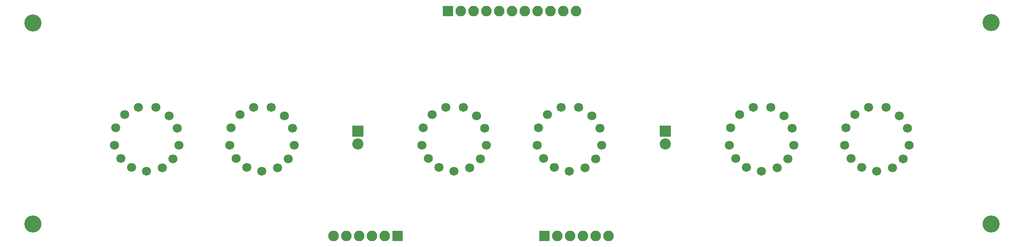
<source format=gbs>
G04 #@! TF.FileFunction,Soldermask,Bot*
%FSLAX46Y46*%
G04 Gerber Fmt 4.6, Leading zero omitted, Abs format (unit mm)*
G04 Created by KiCad (PCBNEW 4.0.5) date Tuesday, October 10, 2017 'PMt' 05:41:59 PM*
%MOMM*%
%LPD*%
G01*
G04 APERTURE LIST*
%ADD10C,0.100000*%
%ADD11C,3.400000*%
%ADD12R,2.100000X2.100000*%
%ADD13O,2.100000X2.100000*%
%ADD14R,2.200000X2.200000*%
%ADD15C,2.200000*%
%ADD16C,1.808000*%
G04 APERTURE END LIST*
D10*
D11*
X257886200Y-67208400D03*
X67868800Y-67259200D03*
X67868800Y-107264200D03*
D12*
X150190200Y-64897000D03*
D13*
X152730200Y-64897000D03*
X155270200Y-64897000D03*
X157810200Y-64897000D03*
X160350200Y-64897000D03*
X162890200Y-64897000D03*
X165430200Y-64897000D03*
X167970200Y-64897000D03*
X170510200Y-64897000D03*
X173050200Y-64897000D03*
X175590200Y-64897000D03*
D12*
X169291000Y-109601000D03*
D13*
X171831000Y-109601000D03*
X174371000Y-109601000D03*
X176911000Y-109601000D03*
X179451000Y-109601000D03*
X181991000Y-109601000D03*
D12*
X140144500Y-109601000D03*
D13*
X137604500Y-109601000D03*
X135064500Y-109601000D03*
X132524500Y-109601000D03*
X129984500Y-109601000D03*
X127444500Y-109601000D03*
D14*
X132283200Y-88773000D03*
D15*
X132283200Y-91313000D03*
D14*
X193243200Y-88773000D03*
D15*
X193243200Y-91313000D03*
D16*
X230805200Y-85451000D03*
X233532200Y-84054000D03*
X228803200Y-91567000D03*
X229033200Y-88143000D03*
X239622200Y-85703000D03*
X241242200Y-88234000D03*
X235153200Y-96774000D03*
X240385200Y-94270000D03*
X241546200Y-91604000D03*
X230073200Y-94234000D03*
X238257200Y-96049000D03*
X236975200Y-84084000D03*
X232175200Y-96022000D03*
X207945200Y-85451000D03*
X210672200Y-84054000D03*
X205943200Y-91567000D03*
X206173200Y-88143000D03*
X216762200Y-85703000D03*
X218382200Y-88234000D03*
X212293200Y-96774000D03*
X217525200Y-94270000D03*
X218686200Y-91604000D03*
X207213200Y-94234000D03*
X215397200Y-96049000D03*
X214115200Y-84084000D03*
X209315200Y-96022000D03*
X169845200Y-85451000D03*
X172572200Y-84054000D03*
X167843200Y-91567000D03*
X168073200Y-88143000D03*
X178662200Y-85703000D03*
X180282200Y-88234000D03*
X174193200Y-96774000D03*
X179425200Y-94270000D03*
X180586200Y-91604000D03*
X169113200Y-94234000D03*
X177297200Y-96049000D03*
X176015200Y-84084000D03*
X171215200Y-96022000D03*
X146985200Y-85451000D03*
X149712200Y-84054000D03*
X144983200Y-91567000D03*
X145213200Y-88143000D03*
X155802200Y-85703000D03*
X157422200Y-88234000D03*
X151333200Y-96774000D03*
X156565200Y-94270000D03*
X157726200Y-91604000D03*
X146253200Y-94234000D03*
X154437200Y-96049000D03*
X153155200Y-84084000D03*
X148355200Y-96022000D03*
X108885200Y-85451000D03*
X111612200Y-84054000D03*
X106883200Y-91567000D03*
X107113200Y-88143000D03*
X117702200Y-85703000D03*
X119322200Y-88234000D03*
X113233200Y-96774000D03*
X118465200Y-94270000D03*
X119626200Y-91604000D03*
X108153200Y-94234000D03*
X116337200Y-96049000D03*
X115055200Y-84084000D03*
X110255200Y-96022000D03*
X86025200Y-85451000D03*
X88752200Y-84054000D03*
X84023200Y-91567000D03*
X84253200Y-88143000D03*
X94842200Y-85703000D03*
X96462200Y-88234000D03*
X90373200Y-96774000D03*
X95605200Y-94270000D03*
X96766200Y-91604000D03*
X85293200Y-94234000D03*
X93477200Y-96049000D03*
X92195200Y-84084000D03*
X87395200Y-96022000D03*
D11*
X257886200Y-107264200D03*
M02*

</source>
